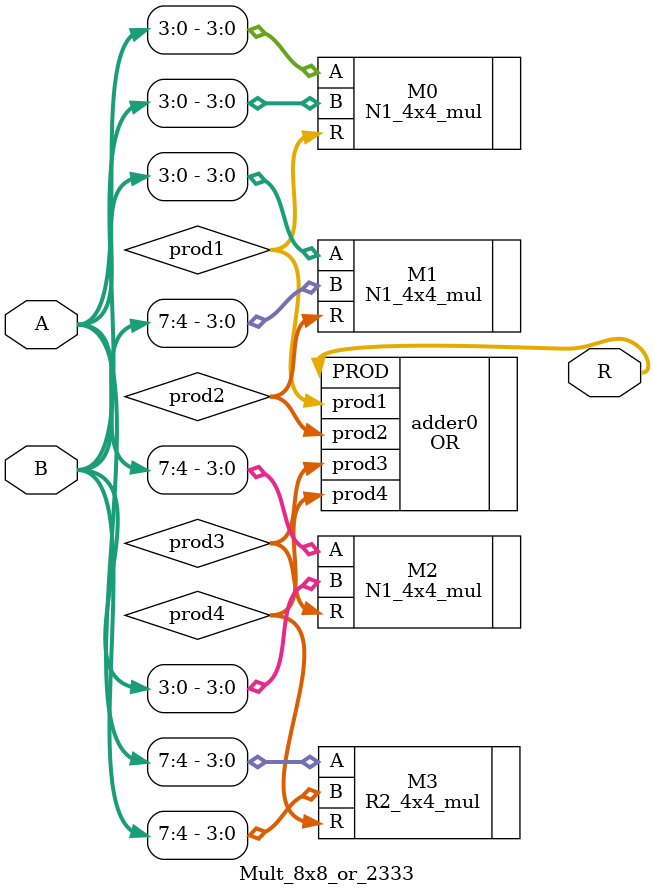
<source format=v>
module Mult_8x8_or_2333(
input [7:0] A,
input [7:0] B,
output [15:0]R
);
wire [7:0]prod1;
wire [7:0]prod2;
wire [7:0]prod3;
wire [7:0]prod4;

N1_4x4_mul M0(.A(A[3:0]),.B(B[3:0]),.R(prod1));
N1_4x4_mul M1(.A(A[3:0]),.B(B[7:4]),.R(prod2));
N1_4x4_mul M2(.A(A[7:4]),.B(B[3:0]),.R(prod3));
R2_4x4_mul M3(.A(A[7:4]),.B(B[7:4]),.R(prod4));
OR adder0(.prod1(prod1),.prod2(prod2),.prod3(prod3),.prod4(prod4),.PROD(R));
endmodule

</source>
